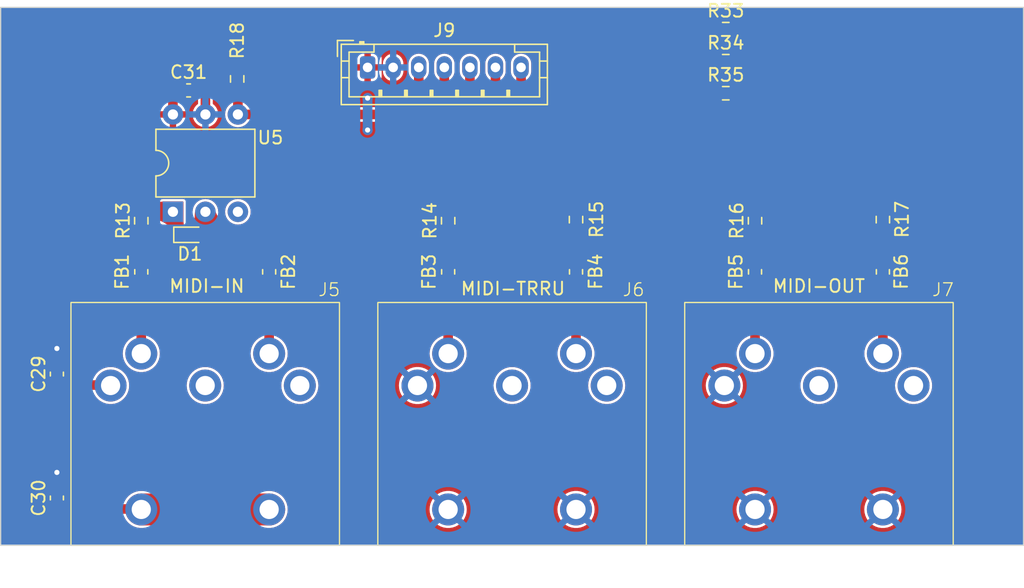
<source format=kicad_pcb>
(kicad_pcb (version 20221018) (generator pcbnew)
  (layers (0 "F.Cu" signal) (31 "B.Cu" signal) (34 "B.Paste" user) (35 "F.Paste" user) (36 "B.SilkS" user "B.Silkscreen") (37 "F.SilkS" user "F.Silkscreen") (38 "B.Mask" user) (39 "F.Mask" user) (44 "Edge.Cuts" user))
  (net 0 "")
  (net 1 "Net-(C29-Pad1)")
  (net 2 "GND")
  (net 3 "Net-(C30-Pad1)")
  (net 4 "+3V3")
  (net 5 "Net-(D1-K)")
  (net 6 "Net-(D1-A)")
  (net 7 "Net-(FB1-Pad1)")
  (net 8 "Net-(FB1-Pad2)")
  (net 9 "Net-(FB2-Pad2)")
  (net 10 "Net-(FB5-Pad1)")
  (net 11 "Net-(FB5-Pad2)")
  (net 12 "Net-(FB6-Pad1)")
  (net 13 "Net-(FB6-Pad2)")
  (net 19 "Net-(FB3-Pad1)")
  (net 20 "Net-(FB3-Pad2)")
  (net 21 "Net-(FB4-Pad1)")
  (net 22 "Net-(FB4-Pad2)")
  (net 25 "M-FSW1")
  (net 26 "M-FSW2")
  (net 27 "M-MIDI_TX")
  (net 28 "M-MIDI_RX")
  (net 29 "M-FPEDAL1")
  (footprint "personal:DIN5-180" (layer "F.Cu") (at 149 110.4)
    (fp_text reference "J7" (at 9.7 -20 unlocked) (layer "F.SilkS") (effects (font (thickness 0.1))))
    (fp_text value "DIN-5_180degree")
    (fp_rect (start 10.5 0) (end -10.5 -19) (stroke (width 0.1)) (fill none) (layer "F.SilkS"))
    (pad "1" thru_hole circle (at 0 -12.5) (size 2.5 2.5) (drill 1.5) (layers "*.Cu" "*.Mask"))
    (pad "2" thru_hole circle (at -7.4 -12.5) (size 2.5 2.5) (drill 1.5) (layers "*.Cu" "*.Mask") (net 2 "GND"))
    (pad "3" thru_hole circle (at 7.4 -12.5) (size 2.5 2.5) (drill 1.5) (layers "*.Cu" "*.Mask"))
    (pad "4" thru_hole circle (at -5 -15) (size 2.5 2.5) (drill 1.5) (layers "*.Cu" "*.Mask") (net 11 "Net-(FB5-Pad2)"))
    (pad "5" thru_hole circle (at 5 -15) (size 2.5 2.5) (drill 1.5) (layers "*.Cu" "*.Mask") (net 13 "Net-(FB6-Pad2)"))
    (pad "6" thru_hole circle (at -5 -2.8) (size 2.5 2.5) (drill 1.5) (layers "*.Cu" "*.Mask") (net 2 "GND"))
    (pad "6" thru_hole circle (at 5 -2.8) (size 2.5 2.5) (drill 1.5) (layers "*.Cu" "*.Mask") (net 2 "GND"))
  )
  (footprint "Capacitor_SMD:C_0603_1608Metric_Pad1.08x0.95mm_HandSolder" (layer "F.Cu") (at 99.7 74.8)
    (fp_text reference "C31" (at 0 -1.43) (layer "F.SilkS"))
    (fp_text value "100nf")
    (fp_line (start -0.146267 -0.51) (end 0.146267 -0.51) (stroke (width 0.12)) (layer "F.SilkS"))
    (fp_line (start -0.146267 0.51) (end 0.146267 0.51) (stroke (width 0.12)) (layer "F.SilkS"))
    (pad "1" smd roundrect (at -0.8625 0) (size 1.075 0.95) (layers "F.Cu" "F.Paste" "F.Mask") (net 4 "+3V3"))
    (pad "2" smd roundrect (at 0.8625 0) (size 1.075 0.95) (layers "F.Cu" "F.Paste" "F.Mask") (net 2 "GND"))
  )
  (footprint "Resistor_SMD:R_0603_1608Metric_Pad0.98x0.95mm_HandSolder" (layer "F.Cu") (at 130 84.9125 90)
    (fp_text reference "R15" (at 0.0125 1.6 90) (layer "F.SilkS"))
    (fp_text value "10")
    (fp_line (start -0.254724 -0.5225) (end 0.254724 -0.5225) (stroke (width 0.12)) (layer "F.SilkS"))
    (fp_line (start -0.254724 0.5225) (end 0.254724 0.5225) (stroke (width 0.12)) (layer "F.SilkS"))
    (pad "1" smd roundrect (at -0.9125 0 90) (size 0.975 0.95) (layers "F.Cu" "F.Paste" "F.Mask") (net 21 "Net-(FB4-Pad1)"))
    (pad "2" smd roundrect (at 0.9125 0 90) (size 0.975 0.95) (layers "F.Cu" "F.Paste" "F.Mask") (net 28 "M-MIDI_RX"))
  )
  (footprint "Inductor_SMD:L_0603_1608Metric_Pad1.05x0.95mm_HandSolder" (layer "F.Cu") (at 106 89 -90)
    (fp_text reference "FB2" (at 0 -1.5 90) (layer "F.SilkS"))
    (fp_text value "1K@100MHz")
    (fp_line (start -0.171267 -0.51) (end 0.171267 -0.51) (stroke (width 0.12)) (layer "F.SilkS"))
    (fp_line (start -0.171267 0.51) (end 0.171267 0.51) (stroke (width 0.12)) (layer "F.SilkS"))
    (pad "1" smd roundrect (at -0.875 0 270) (size 1.05 0.95) (layers "F.Cu" "F.Paste" "F.Mask") (net 6 "Net-(D1-A)"))
    (pad "2" smd roundrect (at 0.875 0 270) (size 1.05 0.95) (layers "F.Cu" "F.Paste" "F.Mask") (net 9 "Net-(FB2-Pad2)"))
  )
  (footprint "Inductor_SMD:L_0603_1608Metric_Pad1.05x0.95mm_HandSolder" (layer "F.Cu") (at 120 89 -90)
    (fp_text reference "FB3" (at 0 1.5 90) (layer "F.SilkS"))
    (fp_text value "1K@100MHz")
    (fp_line (start -0.171267 -0.51) (end 0.171267 -0.51) (stroke (width 0.12)) (layer "F.SilkS"))
    (fp_line (start -0.171267 0.51) (end 0.171267 0.51) (stroke (width 0.12)) (layer "F.SilkS"))
    (pad "1" smd roundrect (at -0.875 0 270) (size 1.05 0.95) (layers "F.Cu" "F.Paste" "F.Mask") (net 19 "Net-(FB3-Pad1)"))
    (pad "2" smd roundrect (at 0.875 0 270) (size 1.05 0.95) (layers "F.Cu" "F.Paste" "F.Mask") (net 20 "Net-(FB3-Pad2)"))
  )
  (footprint "Inductor_SMD:L_0603_1608Metric_Pad1.05x0.95mm_HandSolder" (layer "F.Cu") (at 154 89 -90)
    (fp_text reference "FB6" (at -0.0125 -1.43 90) (layer "F.SilkS"))
    (fp_text value "1K@100MHz")
    (fp_line (start -0.171267 -0.51) (end 0.171267 -0.51) (stroke (width 0.12)) (layer "F.SilkS"))
    (fp_line (start -0.171267 0.51) (end 0.171267 0.51) (stroke (width 0.12)) (layer "F.SilkS"))
    (pad "1" smd roundrect (at -0.875 0 270) (size 1.05 0.95) (layers "F.Cu" "F.Paste" "F.Mask") (net 12 "Net-(FB6-Pad1)"))
    (pad "2" smd roundrect (at 0.875 0 270) (size 1.05 0.95) (layers "F.Cu" "F.Paste" "F.Mask") (net 13 "Net-(FB6-Pad2)"))
  )
  (footprint "Connector_JST:JST_PH_B7B-PH-K_1x07_P2.00mm_Vertical" (layer "F.Cu") (at 113.7 73)
    (fp_text reference "J9" (at 6 -2.9) (layer "F.SilkS"))
    (fp_text value "Conn_01x07_Socket")
    (fp_line (start -2.36 -2.11) (end -2.36 -0.86) (stroke (width 0.12)) (layer "F.SilkS"))
    (fp_line (start -2.06 -1.81) (end -2.06 2.91) (stroke (width 0.12)) (layer "F.SilkS"))
    (fp_line (start -2.06 -0.5) (end -1.45 -0.5) (stroke (width 0.12)) (layer "F.SilkS"))
    (fp_line (start -2.06 0.8) (end -1.45 0.8) (stroke (width 0.12)) (layer "F.SilkS"))
    (fp_line (start -2.06 2.91) (end 14.06 2.91) (stroke (width 0.12)) (layer "F.SilkS"))
    (fp_line (start -1.45 -1.2) (end -1.45 2.3) (stroke (width 0.12)) (layer "F.SilkS"))
    (fp_line (start -1.45 2.3) (end 13.45 2.3) (stroke (width 0.12)) (layer "F.SilkS"))
    (fp_line (start -1.11 -2.11) (end -2.36 -2.11) (stroke (width 0.12)) (layer "F.SilkS"))
    (fp_line (start -0.6 -2.01) (end -0.6 -1.81) (stroke (width 0.12)) (layer "F.SilkS"))
    (fp_line (start -0.3 -2.01) (end -0.6 -2.01) (stroke (width 0.12)) (layer "F.SilkS"))
    (fp_line (start -0.3 -1.91) (end -0.6 -1.91) (stroke (width 0.12)) (layer "F.SilkS"))
    (fp_line (start -0.3 -1.81) (end -0.3 -2.01) (stroke (width 0.12)) (layer "F.SilkS"))
    (fp_line (start 0.5 -1.81) (end 0.5 -1.2) (stroke (width 0.12)) (layer "F.SilkS"))
    (fp_line (start 0.5 -1.2) (end -1.45 -1.2) (stroke (width 0.12)) (layer "F.SilkS"))
    (fp_line (start 0.9 1.8) (end 1.1 1.8) (stroke (width 0.12)) (layer "F.SilkS"))
    (fp_line (start 0.9 2.3) (end 0.9 1.8) (stroke (width 0.12)) (layer "F.SilkS"))
    (fp_line (start 1 2.3) (end 1 1.8) (stroke (width 0.12)) (layer "F.SilkS"))
    (fp_line (start 1.1 1.8) (end 1.1 2.3) (stroke (width 0.12)) (layer "F.SilkS"))
    (fp_line (start 2.9 1.8) (end 3.1 1.8) (stroke (width 0.12)) (layer "F.SilkS"))
    (fp_line (start 2.9 2.3) (end 2.9 1.8) (stroke (width 0.12)) (layer "F.SilkS"))
    (fp_line (start 3 2.3) (end 3 1.8) (stroke (width 0.12)) (layer "F.SilkS"))
    (fp_line (start 3.1 1.8) (end 3.1 2.3) (stroke (width 0.12)) (layer "F.SilkS"))
    (fp_line (start 4.9 1.8) (end 5.1 1.8) (stroke (width 0.12)) (layer "F.SilkS"))
    (fp_line (start 4.9 2.3) (end 4.9 1.8) (stroke (width 0.12)) (layer "F.SilkS"))
    (fp_line (start 5 2.3) (end 5 1.8) (stroke (width 0.12)) (layer "F.SilkS"))
    (fp_line (start 5.1 1.8) (end 5.1 2.3) (stroke (width 0.12)) (layer "F.SilkS"))
    (fp_line (start 6.9 1.8) (end 7.1 1.8) (stroke (width 0.12)) (layer "F.SilkS"))
    (fp_line (start 6.9 2.3) (end 6.9 1.8) (stroke (width 0.12)) (layer "F.SilkS"))
    (fp_line (start 7 2.3) (end 7 1.8) (stroke (width 0.12)) (layer "F.SilkS"))
    (fp_line (start 7.1 1.8) (end 7.1 2.3) (stroke (width 0.12)) (layer "F.SilkS"))
    (fp_line (start 8.9 1.8) (end 9.1 1.8) (stroke (width 0.12)) (layer "F.SilkS"))
    (fp_line (start 8.9 2.3) (end 8.9 1.8) (stroke (width 0.12)) (layer "F.SilkS"))
    (fp_line (start 9 2.3) (end 9 1.8) (stroke (width 0.12)) (layer "F.SilkS"))
    (fp_line (start 9.1 1.8) (end 9.1 2.3) (stroke (width 0.12)) (layer "F.SilkS"))
    (fp_line (start 10.9 1.8) (end 11.1 1.8) (stroke (width 0.12)) (layer "F.SilkS"))
    (fp_line (start 10.9 2.3) (end 10.9 1.8) (stroke (width 0.12)) (layer "F.SilkS"))
    (fp_line (start 11 2.3) (end 11 1.8) (stroke (width 0.12)) (layer "F.SilkS"))
    (fp_line (start 11.1 1.8) (end 11.1 2.3) (stroke (width 0.12)) (layer "F.SilkS"))
    (fp_line (start 11.5 -1.2) (end 11.5 -1.81) (stroke (width 0.12)) (layer "F.SilkS"))
    (fp_line (start 13.45 -1.2) (end 11.5 -1.2) (stroke (width 0.12)) (layer "F.SilkS"))
    (fp_line (start 13.45 2.3) (end 13.45 -1.2) (stroke (width 0.12)) (layer "F.SilkS"))
    (fp_line (start 14.06 -1.81) (end -2.06 -1.81) (stroke (width 0.12)) (layer "F.SilkS"))
    (fp_line (start 14.06 -0.5) (end 13.45 -0.5) (stroke (width 0.12)) (layer "F.SilkS"))
    (fp_line (start 14.06 0.8) (end 13.45 0.8) (stroke (width 0.12)) (layer "F.SilkS"))
    (fp_line (start 14.06 2.91) (end 14.06 -1.81) (stroke (width 0.12)) (layer "F.SilkS"))
    (pad "1" thru_hole roundrect (at 0 0) (size 1.2 1.75) (drill 0.75) (layers "*.Cu" "*.Mask") (roundrect_rratio 0.208333) (net 4 "+3V3"))
    (pad "2" thru_hole oval (at 2 0) (size 1.2 1.75) (drill 0.75) (layers "*.Cu" "*.Mask") (net 2 "GND"))
    (pad "3" thru_hole oval (at 4 0) (size 1.2 1.75) (drill 0.75) (layers "*.Cu" "*.Mask") (net 28 "M-MIDI_RX"))
    (pad "4" thru_hole oval (at 6 0) (size 1.2 1.75) (drill 0.75) (layers "*.Cu" "*.Mask") (net 27 "M-MIDI_TX"))
    (pad "5" thru_hole oval (at 8 0) (size 1.2 1.75) (drill 0.75) (layers "*.Cu" "*.Mask") (net 25 "M-FSW1"))
    (pad "6" thru_hole oval (at 10 0) (size 1.2 1.75) (drill 0.75) (layers "*.Cu" "*.Mask") (net 26 "M-FSW2"))
    (pad "7" thru_hole oval (at 12 0) (size 1.2 1.75) (drill 0.75) (layers "*.Cu" "*.Mask") (net 29 "M-FPEDAL1"))
  )
  (footprint "Resistor_SMD:R_0603_1608Metric_Pad0.98x0.95mm_HandSolder" (layer "F.Cu") (at 144 85 90)
    (fp_text reference "R16" (at 0 -1.43 90) (layer "F.SilkS"))
    (fp_text value "33")
    (fp_line (start -0.254724 -0.5225) (end 0.254724 -0.5225) (stroke (width 0.12)) (layer "F.SilkS"))
    (fp_line (start -0.254724 0.5225) (end 0.254724 0.5225) (stroke (width 0.12)) (layer "F.SilkS"))
    (pad "1" smd roundrect (at -0.9125 0 90) (size 0.975 0.95) (layers "F.Cu" "F.Paste" "F.Mask") (net 10 "Net-(FB5-Pad1)"))
    (pad "2" smd roundrect (at 0.9125 0 90) (size 0.975 0.95) (layers "F.Cu" "F.Paste" "F.Mask") (net 4 "+3V3"))
  )
  (footprint "Inductor_SMD:L_0603_1608Metric_Pad1.05x0.95mm_HandSolder" (layer "F.Cu") (at 130 89 -90)
    (fp_text reference "FB4" (at -0.0125 -1.53 90) (layer "F.SilkS"))
    (fp_text value "1K@100MHz")
    (fp_line (start -0.171267 -0.51) (end 0.171267 -0.51) (stroke (width 0.12)) (layer "F.SilkS"))
    (fp_line (start -0.171267 0.51) (end 0.171267 0.51) (stroke (width 0.12)) (layer "F.SilkS"))
    (pad "1" smd roundrect (at -0.875 0 270) (size 1.05 0.95) (layers "F.Cu" "F.Paste" "F.Mask") (net 21 "Net-(FB4-Pad1)"))
    (pad "2" smd roundrect (at 0.875 0 270) (size 1.05 0.95) (layers "F.Cu" "F.Paste" "F.Mask") (net 22 "Net-(FB4-Pad2)"))
  )
  (footprint "Resistor_SMD:R_0603_1608Metric_Pad0.98x0.95mm_HandSolder" (layer "F.Cu") (at 120 85 90)
    (fp_text reference "R14" (at 0 -1.43 90) (layer "F.SilkS"))
    (fp_text value "33")
    (fp_line (start -0.254724 -0.5225) (end 0.254724 -0.5225) (stroke (width 0.12)) (layer "F.SilkS"))
    (fp_line (start -0.254724 0.5225) (end 0.254724 0.5225) (stroke (width 0.12)) (layer "F.SilkS"))
    (pad "1" smd roundrect (at -0.9125 0 90) (size 0.975 0.95) (layers "F.Cu" "F.Paste" "F.Mask") (net 19 "Net-(FB3-Pad1)"))
    (pad "2" smd roundrect (at 0.9125 0 90) (size 0.975 0.95) (layers "F.Cu" "F.Paste" "F.Mask") (net 4 "+3V3"))
  )
  (footprint "Resistor_SMD:R_0603_1608Metric_Pad0.98x0.95mm_HandSolder" (layer "F.Cu") (at 141.7125 70)
    (fp_text reference "R33" (at 0 -1.43) (layer "F.SilkS"))
    (fp_text value "10K")
    (fp_line (start -0.254724 -0.5225) (end 0.254724 -0.5225) (stroke (width 0.12)) (layer "F.SilkS"))
    (fp_line (start -0.254724 0.5225) (end 0.254724 0.5225) (stroke (width 0.12)) (layer "F.SilkS"))
    (pad "1" smd roundrect (at -0.9125 0) (size 0.975 0.95) (layers "F.Cu" "F.Paste" "F.Mask") (net 25 "M-FSW1"))
    (pad "2" smd roundrect (at 0.9125 0) (size 0.975 0.95) (layers "F.Cu" "F.Paste" "F.Mask"))
  )
  (footprint "Resistor_SMD:R_0603_1608Metric_Pad0.98x0.95mm_HandSolder" (layer "F.Cu") (at 154 84.9125 90)
    (fp_text reference "R17" (at 0.0125 1.5 90) (layer "F.SilkS"))
    (fp_text value "10")
    (fp_line (start -0.254724 -0.5225) (end 0.254724 -0.5225) (stroke (width 0.12)) (layer "F.SilkS"))
    (fp_line (start -0.254724 0.5225) (end 0.254724 0.5225) (stroke (width 0.12)) (layer "F.SilkS"))
    (pad "1" smd roundrect (at -0.9125 0 90) (size 0.975 0.95) (layers "F.Cu" "F.Paste" "F.Mask") (net 12 "Net-(FB6-Pad1)"))
    (pad "2" smd roundrect (at 0.9125 0 90) (size 0.975 0.95) (layers "F.Cu" "F.Paste" "F.Mask") (net 27 "M-MIDI_TX"))
  )
  (footprint "Resistor_SMD:R_0603_1608Metric_Pad0.98x0.95mm_HandSolder" (layer "F.Cu") (at 103.5 73.9 90)
    (fp_text reference "R18" (at 3 0 90) (layer "F.SilkS"))
    (fp_text value "470")
    (fp_line (start -0.254724 -0.5225) (end 0.254724 -0.5225) (stroke (width 0.12)) (layer "F.SilkS"))
    (fp_line (start -0.254724 0.5225) (end 0.254724 0.5225) (stroke (width 0.12)) (layer "F.SilkS"))
    (pad "1" smd roundrect (at -0.9125 0 90) (size 0.975 0.95) (layers "F.Cu" "F.Paste" "F.Mask") (net 28 "M-MIDI_RX"))
    (pad "2" smd roundrect (at 0.9125 0 90) (size 0.975 0.95) (layers "F.Cu" "F.Paste" "F.Mask") (net 4 "+3V3"))
  )
  (footprint "Package_DIP:DIP-6_W7.62mm" (layer "F.Cu") (at 98.475 84.3 90)
    (fp_text reference "U5" (at 5.8 7.625 180) (layer "F.SilkS"))
    (fp_text value "H11L1")
    (fp_line (start 1.16 -1.33) (end 1.16 6.41) (stroke (width 0.12)) (layer "F.SilkS"))
    (fp_line (start 1.16 6.41) (end 6.46 6.41) (stroke (width 0.12)) (layer "F.SilkS"))
    (fp_line (start 2.81 -1.33) (end 1.16 -1.33) (stroke (width 0.12)) (layer "F.SilkS"))
    (fp_line (start 6.46 -1.33) (end 4.81 -1.33) (stroke (width 0.12)) (layer "F.SilkS"))
    (fp_line (start 6.46 6.41) (end 6.46 -1.33) (stroke (width 0.12)) (layer "F.SilkS"))
    (fp_arc (start 4.81 -1.33) (mid 3.81 -0.33) (end 2.81 -1.33) (stroke (width 0.12)) (layer "F.SilkS"))
    (pad "1" thru_hole rect (at 0 0 90) (size 1.6 1.6) (drill 0.8) (layers "*.Cu" "*.Mask") (net 5 "Net-(D1-K)"))
    (pad "2" thru_hole oval (at 0 2.54 90) (size 1.6 1.6) (drill 0.8) (layers "*.Cu" "*.Mask") (net 6 "Net-(D1-A)"))
    (pad "3" thru_hole oval (at 0 5.08 90) (size 1.6 1.6) (drill 0.8) (layers "*.Cu" "*.Mask"))
    (pad "4" thru_hole oval (at 7.62 5.08 90) (size 1.6 1.6) (drill 0.8) (layers "*.Cu" "*.Mask") (net 28 "M-MIDI_RX"))
    (pad "5" thru_hole oval (at 7.62 2.54 90) (size 1.6 1.6) (drill 0.8) (layers "*.Cu" "*.Mask") (net 2 "GND"))
    (pad "6" thru_hole oval (at 7.62 0 90) (size 1.6 1.6) (drill 0.8) (layers "*.Cu" "*.Mask") (net 4 "+3V3"))
  )
  (footprint "Resistor_SMD:R_0603_1608Metric_Pad0.98x0.95mm_HandSolder" (layer "F.Cu") (at 96 85 90)
    (fp_text reference "R13" (at 0 -1.43 90) (layer "F.SilkS"))
    (fp_text value "220")
    (fp_line (start -0.254724 -0.5225) (end 0.254724 -0.5225) (stroke (width 0.12)) (layer "F.SilkS"))
    (fp_line (start -0.254724 0.5225) (end 0.254724 0.5225) (stroke (width 0.12)) (layer "F.SilkS"))
    (pad "1" smd roundrect (at -0.9125 0 90) (size 0.975 0.95) (layers "F.Cu" "F.Paste" "F.Mask") (net 7 "Net-(FB1-Pad1)"))
    (pad "2" smd roundrect (at 0.9125 0 90) (size 0.975 0.95) (layers "F.Cu" "F.Paste" "F.Mask") (net 5 "Net-(D1-K)"))
  )
  (footprint "personal:DIN5-180" (layer "F.Cu") (at 101 110.4)
    (fp_text reference "J5" (at 9.7 -20 unlocked) (layer "F.SilkS") (effects (font (thickness 0.1))))
    (fp_text value "DIN-5_180degree")
    (fp_rect (start 10.5 0) (end -10.5 -19) (stroke (width 0.1)) (fill none) (layer "F.SilkS"))
    (pad "1" thru_hole circle (at 0 -12.5) (size 2.5 2.5) (drill 1.5) (layers "*.Cu" "*.Mask"))
    (pad "2" thru_hole circle (at -7.4 -12.5) (size 2.5 2.5) (drill 1.5) (layers "*.Cu" "*.Mask") (net 1 "Net-(C29-Pad1)"))
    (pad "3" thru_hole circle (at 7.4 -12.5) (size 2.5 2.5) (drill 1.5) (layers "*.Cu" "*.Mask"))
    (pad "4" thru_hole circle (at -5 -15) (size 2.5 2.5) (drill 1.5) (layers "*.Cu" "*.Mask") (net 8 "Net-(FB1-Pad2)"))
    (pad "5" thru_hole circle (at 5 -15) (size 2.5 2.5) (drill 1.5) (layers "*.Cu" "*.Mask") (net 9 "Net-(FB2-Pad2)"))
    (pad "6" thru_hole circle (at -5 -2.8) (size 2.5 2.5) (drill 1.5) (layers "*.Cu" "*.Mask") (net 3 "Net-(C30-Pad1)"))
    (pad "6" thru_hole circle (at 5 -2.8) (size 2.5 2.5) (drill 1.5) (layers "*.Cu" "*.Mask") (net 3 "Net-(C30-Pad1)"))
  )
  (footprint "Diode_SMD:D_SOD-523" (layer "F.Cu") (at 99.8 86.1)
    (fp_text reference "D1" (at 0 1.5) (layer "F.SilkS"))
    (fp_text value "1N914")
    (fp_line (start -1.26 -0.6) (end -1.26 0.6) (stroke (width 0.12)) (layer "F.SilkS"))
    (fp_line (start 0.7 -0.6) (end -1.26 -0.6) (stroke (width 0.12)) (layer "F.SilkS"))
    (fp_line (start 0.7 0.6) (end -1.26 0.6) (stroke (width 0.12)) (layer "F.SilkS"))
    (pad "1" smd roundrect (at -0.7 0 180) (size 0.6 0.7) (layers "F.Cu" "F.Paste" "F.Mask") (net 5 "Net-(D1-K)"))
    (pad "2" smd roundrect (at 0.7 0 180) (size 0.6 0.7) (layers "F.Cu" "F.Paste" "F.Mask") (net 6 "Net-(D1-A)"))
  )
  (footprint "Inductor_SMD:L_0603_1608Metric_Pad1.05x0.95mm_HandSolder" (layer "F.Cu") (at 96 89 -90)
    (fp_text reference "FB1" (at 0 1.5 90) (layer "F.SilkS"))
    (fp_text value "1K@100MHz")
    (fp_line (start -0.171267 -0.51) (end 0.171267 -0.51) (stroke (width 0.12)) (layer "F.SilkS"))
    (fp_line (start -0.171267 0.51) (end 0.171267 0.51) (stroke (width 0.12)) (layer "F.SilkS"))
    (pad "1" smd roundrect (at -0.875 0 270) (size 1.05 0.95) (layers "F.Cu" "F.Paste" "F.Mask") (net 7 "Net-(FB1-Pad1)"))
    (pad "2" smd roundrect (at 0.875 0 270) (size 1.05 0.95) (layers "F.Cu" "F.Paste" "F.Mask") (net 8 "Net-(FB1-Pad2)"))
  )
  (footprint "Inductor_SMD:L_0603_1608Metric_Pad1.05x0.95mm_HandSolder" (layer "F.Cu") (at 144 89 -90)
    (fp_text reference "FB5" (at 0 1.5 90) (layer "F.SilkS"))
    (fp_text value "1K@100MHz")
    (fp_line (start -0.171267 -0.51) (end 0.171267 -0.51) (stroke (width 0.12)) (layer "F.SilkS"))
    (fp_line (start -0.171267 0.51) (end 0.171267 0.51) (stroke (width 0.12)) (layer "F.SilkS"))
    (pad "1" smd roundrect (at -0.875 0 270) (size 1.05 0.95) (layers "F.Cu" "F.Paste" "F.Mask") (net 10 "Net-(FB5-Pad1)"))
    (pad "2" smd roundrect (at 0.875 0 270) (size 1.05 0.95) (layers "F.Cu" "F.Paste" "F.Mask") (net 11 "Net-(FB5-Pad2)"))
  )
  (footprint "Capacitor_SMD:C_0603_1608Metric_Pad1.08x0.95mm_HandSolder" (layer "F.Cu") (at 89.4 97 90)
    (fp_text reference "C29" (at 0 -1.43 90) (layer "F.SilkS"))
    (fp_text value "100nf")
    (fp_line (start -0.146267 -0.51) (end 0.146267 -0.51) (stroke (width 0.12)) (layer "F.SilkS"))
    (fp_line (start -0.146267 0.51) (end 0.146267 0.51) (stroke (width 0.12)) (layer "F.SilkS"))
    (pad "1" smd roundrect (at -0.8625 0 90) (size 1.075 0.95) (layers "F.Cu" "F.Paste" "F.Mask") (net 1 "Net-(C29-Pad1)"))
    (pad "2" smd roundrect (at 0.8625 0 90) (size 1.075 0.95) (layers "F.Cu" "F.Paste" "F.Mask") (net 2 "GND"))
  )
  (footprint "personal:DIN5-180" (layer "F.Cu") (at 125 110.4)
    (fp_text reference "J6" (at 9.5 -20 unlocked) (layer "F.SilkS") (effects (font (thickness 0.1))))
    (fp_text value "DIN-5_180degree")
    (fp_rect (start 10.5 0) (end -10.5 -19) (stroke (width 0.1)) (fill none) (layer "F.SilkS"))
    (pad "1" thru_hole circle (at 0 -12.5) (size 2.5 2.5) (drill 1.5) (layers "*.Cu" "*.Mask"))
    (pad "2" thru_hole circle (at -7.4 -12.5) (size 2.5 2.5) (drill 1.5) (layers "*.Cu" "*.Mask") (net 2 "GND"))
    (pad "3" thru_hole circle (at 7.4 -12.5) (size 2.5 2.5) (drill 1.5) (layers "*.Cu" "*.Mask"))
    (pad "4" thru_hole circle (at -5 -15) (size 2.5 2.5) (drill 1.5) (layers "*.Cu" "*.Mask") (net 20 "Net-(FB3-Pad2)"))
    (pad "5" thru_hole circle (at 5 -15) (size 2.5 2.5) (drill 1.5) (layers "*.Cu" "*.Mask") (net 22 "Net-(FB4-Pad2)"))
    (pad "6" thru_hole circle (at -5 -2.8) (size 2.5 2.5) (drill 1.5) (layers "*.Cu" "*.Mask") (net 2 "GND"))
    (pad "6" thru_hole circle (at 5 -2.8) (size 2.5 2.5) (drill 1.5) (layers "*.Cu" "*.Mask") (net 2 "GND"))
  )
  (footprint "Resistor_SMD:R_0603_1608Metric_Pad0.98x0.95mm_HandSolder" (layer "F.Cu") (at 141.7125 72.51)
    (fp_text reference "R34" (at 0 -1.43) (layer "F.SilkS"))
    (fp_text value "10K")
    (fp_line (start -0.254724 -0.5225) (end 0.254724 -0.5225) (stroke (width 0.12)) (layer "F.SilkS"))
    (fp_line (start -0.254724 0.5225) (end 0.254724 0.5225) (stroke (width 0.12)) (layer "F.SilkS"))
    (pad "1" smd roundrect (at -0.9125 0) (size 0.975 0.95) (layers "F.Cu" "F.Paste" "F.Mask") (net 26 "M-FSW2"))
    (pad "2" smd roundrect (at 0.9125 0) (size 0.975 0.95) (layers "F.Cu" "F.Paste" "F.Mask"))
  )
  (footprint "Capacitor_SMD:C_0603_1608Metric_Pad1.08x0.95mm_HandSolder" (layer "F.Cu") (at 89.4 106.7 90)
    (fp_text reference "C30" (at 0 -1.43 90) (layer "F.SilkS"))
    (fp_text value "100nf")
    (fp_line (start -0.146267 -0.51) (end 0.146267 -0.51) (stroke (width 0.12)) (layer "F.SilkS"))
    (fp_line (start -0.146267 0.51) (end 0.146267 0.51) (stroke (width 0.12)) (layer "F.SilkS"))
    (pad "1" smd roundrect (at -0.8625 0 90) (size 1.075 0.95) (layers "F.Cu" "F.Paste" "F.Mask") (net 3 "Net-(C30-Pad1)"))
    (pad "2" smd roundrect (at 0.8625 0 90) (size 1.075 0.95) (layers "F.Cu" "F.Paste" "F.Mask") (net 2 "GND"))
  )
  (footprint "Resistor_SMD:R_0603_1608Metric_Pad0.98x0.95mm_HandSolder" (layer "F.Cu") (at 141.7125 75.02)
    (fp_text reference "R35" (at 0 -1.43) (layer "F.SilkS"))
    (fp_text value "10K")
    (fp_line (start -0.254724 -0.5225) (end 0.254724 -0.5225) (stroke (width 0.12)) (layer "F.SilkS"))
    (fp_line (start -0.254724 0.5225) (end 0.254724 0.5225) (stroke (width 0.12)) (layer "F.SilkS"))
    (pad "1" smd roundrect (at -0.9125 0) (size 0.975 0.95) (layers "F.Cu" "F.Paste" "F.Mask") (net 29 "M-FPEDAL1"))
    (pad "2" smd roundrect (at 0.9125 0) (size 0.975 0.95) (layers "F.Cu" "F.Paste" "F.Mask"))
  )
  (gr_rect (start 85 68.3) (end 165 110.4) (stroke (width 0.1)) (fill none) (layer "Edge.Cuts"))
  (gr_text "MIDI-OUT" (at 145.3 90.7) (layer "F.SilkS") (effects (font (size 1 1)) (justify left bottom)))
  (gr_text "MIDI-TRRU" (at 120.9 90.9) (layer "F.SilkS") (effects (font (size 1 1)) (justify left bottom)))
  (gr_text "MIDI-IN" (at 98.1 90.7) (layer "F.SilkS") (effects (font (size 1 1)) (justify left bottom)))
  (segment (start 93.5625 97.8625) (end 93.6 97.9) (width 0.75) (layer "F.Cu") (net 1))
  (segment (start 89.4 97.8625) (end 93.5625 97.8625) (width 0.75) (layer "F.Cu") (net 1))
  (segment (start 89.4 96.1375) (end 89.4 95) (width 0.75) (layer "F.Cu") (net 2))
  (segment (start 89.4 105.8375) (end 89.4 104.7) (width 0.75) (layer "F.Cu") (net 2))
  (segment (start 101.015 76.68) (end 101.015 75.2525) (width 0.75) (layer "F.Cu") (net 2))
  (segment (start 101.015 75.2525) (end 100.5625 74.8) (width 0.75) (layer "F.Cu") (net 2))
  (via (at 89.4 95) (size 0.8) (drill 0.4) (layers "F.Cu" "B.Cu") (net 2))
  (via (at 89.4 104.7) (size 0.8) (drill 0.4) (layers "F.Cu" "B.Cu") (net 2))
  (segment (start 89.4 107.5625) (end 95.9625 107.5625) (width 0.75) (layer "F.Cu") (net 3))
  (segment (start 96 107.6) (end 106 107.6) (width 2.5) (layer "F.Cu") (net 3))
  (segment (start 95.9625 107.5625) (end 96 107.6) (width 0.75) (layer "F.Cu") (net 3))
  (segment (start 98.8375 74.8) (end 98.8375 73.8625) (width 0.75) (layer "F.Cu") (net 4))
  (segment (start 143.9875 84.1) (end 144 84.0875) (width 0.75) (layer "F.Cu") (net 4))
  (segment (start 98.8375 73.8625) (end 99.7125 72.9875) (width 0.75) (layer "F.Cu") (net 4))
  (segment (start 103.5125 73) (end 103.5 72.9875) (width 0.75) (layer "F.Cu") (net 4))
  (segment (start 99.7125 72.9875) (end 103.5 72.9875) (width 0.75) (layer "F.Cu") (net 4))
  (segment (start 98.475 75.1625) (end 98.8375 74.8) (width 0.75) (layer "F.Cu") (net 4))
  (segment (start 98.475 76.68) (end 98.475 75.1625) (width 0.75) (layer "F.Cu") (net 4))
  (via (at 113.7 77.9) (size 0.8) (drill 0.4) (layers "F.Cu" "B.Cu") (net 4))
  (via (at 113.7 75.4) (size 0.8) (drill 0.4) (layers "F.Cu" "B.Cu") (net 4))
  (segment (start 113.7 75.4) (end 113.7 77.9) (width 0.75) (layer "B.Cu") (net 4))
  (segment (start 104.2 86.1) (end 100.5 86.1) (width 0.75) (layer "F.Cu") (net 6))
  (segment (start 106 88.125) (end 106 87.9) (width 0.75) (layer "F.Cu") (net 6))
  (segment (start 106 87.9) (end 104.2 86.1) (width 0.75) (layer "F.Cu") (net 6))
  (segment (start 96 85.9125) (end 96 88.125) (width 0.75) (layer "F.Cu") (net 7))
  (segment (start 96 89.875) (end 96 95.4) (width 0.75) (layer "F.Cu") (net 8))
  (segment (start 106 89.875) (end 106 95.4) (width 0.75) (layer "F.Cu") (net 9))
  (segment (start 144 85.9125) (end 144 88.125) (width 0.75) (layer "F.Cu") (net 10))
  (segment (start 144 89.875) (end 144 95.4) (width 0.75) (layer "F.Cu") (net 11))
  (segment (start 154 85.825) (end 154 88.125) (width 0.75) (layer "F.Cu") (net 12))
  (segment (start 154 89.875) (end 154 95.4) (width 0.75) (layer "F.Cu") (net 13))
  (segment (start 120 85.9125) (end 120 88.125) (width 0.75) (layer "F.Cu") (net 19))
  (segment (start 120 89.875) (end 120 95.4) (width 0.75) (layer "F.Cu") (net 20))
  (segment (start 130 85.825) (end 130 88.125) (width 0.75) (layer "F.Cu") (net 21))
  (segment (start 130 89.875) (end 130 95.4) (width 0.75) (layer "F.Cu") (net 22))
  (segment (start 121.7 76) (end 123.3 77.6) (width 0.75) (layer "F.Cu") (net 25))
  (segment (start 123.3 77.6) (end 130.7 77.6) (width 0.75) (layer "F.Cu") (net 25))
  (segment (start 121.7 73) (end 121.7 76) (width 0.75) (layer "F.Cu") (net 25))
  (segment (start 123.7 74.9) (end 125 76.2) (width 0.75) (layer "F.Cu") (net 26))
  (segment (start 125 76.2) (end 130.6 76.2) (width 0.75) (layer "F.Cu") (net 26))
  (segment (start 123.7 73) (end 123.7 74.9) (width 0.75) (layer "F.Cu") (net 26))
  (segment (start 119.7 76.6) (end 122.4 79.3) (width 0.75) (layer "F.Cu") (net 27))
  (segment (start 122.4 79.3) (end 151.7 79.3) (width 0.75) (layer "F.Cu") (net 27))
  (segment (start 119.7 73) (end 119.7 76.6) (width 0.75) (layer "F.Cu") (net 27))
  (segment (start 154 81.6) (end 154 84) (width 0.75) (layer "F.Cu") (net 27))
  (segment (start 151.7 79.3) (end 154 81.6) (width 0.75) (layer "F.Cu") (net 27))
  (segment (start 130 82.7) (end 128.1 80.8) (width 0.75) (layer "F.Cu") (net 28))
  (segment (start 117.7 76.7) (end 117.7 73) (width 0.75) (layer "F.Cu") (net 28))
  (segment (start 103.555 74.8675) (end 103.5 74.8125) (width 0.75) (layer "F.Cu") (net 28))
  (segment (start 103.555 76.68) (end 103.555 74.8675) (width 0.75) (layer "F.Cu") (net 28))
  (segment (start 117.7 76.7) (end 117.68 76.68) (width 0.75) (layer "F.Cu") (net 28))
  (segment (start 130 84) (end 130 82.7) (width 0.75) (layer "F.Cu") (net 28))
  (segment (start 121.8 80.8) (end 117.7 76.7) (width 0.75) (layer "F.Cu") (net 28))
  (segment (start 128.1 80.8) (end 121.8 80.8) (width 0.75) (layer "F.Cu") (net 28))
  (segment (start 117.68 76.68) (end 103.555 76.68) (width 0.75) (layer "F.Cu") (net 28))
  (segment (start 126.5 74.9) (end 130.6 74.9) (width 0.75) (layer "F.Cu") (net 29))
  (segment (start 125.7 73) (end 125.7 74.1) (width 0.75) (layer "F.Cu") (net 29))
  (segment (start 125.7 74.1) (end 126.5 74.9) (width 0.75) (layer "F.Cu") (net 29))
  (zone (net 5) (net_name "Net-(D1-K)") (layer "F.Cu") (priority 10) (connect_pads yes (clearance 0.1)) (min_thickness 0.1) (fill yes (thermal_gap 0.5) (thermal_bridge_width 0.5))
    (polygon (pts (xy 95.5 84.6) (xy 95.5 83.6) (xy 96.5 83.6) (xy 97.7 83.5) (xy 99.3 83.5) (xy 99.3 85.1) (xy 99.4 85.8) (xy 99.4 86.4) (xy 98.8 86.4) (xy 98.8 85.8) (xy 97.7 85.1) (xy 96.5 84.6)))
  )
  (zone (net 6) (net_name "Net-(D1-A)") (layer "F.Cu") (priority 10) (connect_pads yes (clearance 0.1)) (min_thickness 0.1) (fill yes (thermal_gap 0.5) (thermal_bridge_width 0.5))
    (polygon (pts (xy 100.1 86.5) (xy 100.1 85.7) (xy 100.2 84.3) (xy 101.8 84.3) (xy 102.5 85.7) (xy 102.5 86.5)))
  )
  (zone (net 4) (net_name "+3V3") (layer "F.Cu") (priority 3) (connect_pads (clearance 0.1)) (min_thickness 0.1) (fill yes (thermal_gap 0.5) (thermal_bridge_width 0.5))
    (polygon (pts (xy 85 68.3) (xy 85 110.4) (xy 165 110.4) (xy 165 68.3)))
  )
  (zone (net 2) (net_name "GND") (layer "B.Cu") (priority 2) (connect_pads (clearance 0.1)) (min_thickness 0.1) (fill yes (thermal_gap 0.5) (thermal_bridge_width 0.5))
    (polygon (pts (xy 85 68.3) (xy 165 68.3) (xy 165 110.4) (xy 85 110.4)))
  )
)
</source>
